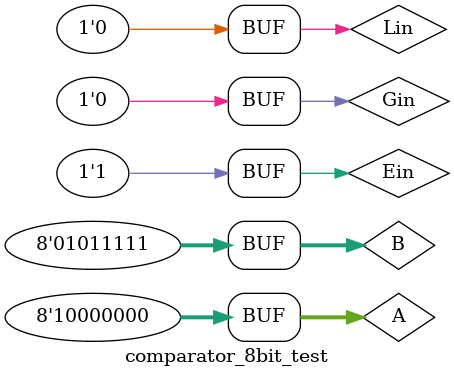
<source format=v>
`include "comparator_8bit.v"

module comparator_8bit_test;

    // Inputs
    reg [7:0] A;
    reg [7:0] B;
    reg Lin;
    reg Ein;
    reg Gin;

    // Outputs
    wire Less;
    wire Equal;
    wire Greater;

    // Instantion of the 8-bit comparator
    comparator_8bit COMPARATOR (A, B, Lin, Ein, Gin, Less, Equal, Greater);

    // Initialising the inputs
    initial begin
        Lin = 0; Ein = 1; Gin = 0; // Set Ein as 1 in inputs, as for MSB, comparison hasn't started so Lin,Gin=0 and Ein=1
        A = 1; B = 1; 
        #1 
        $display("\n");
        A = 12; B = 18; 
        #1 
        $display("\n");
        A = 18; B = 15; 
        #1
        $display("\n");
        A = 0; B = 0; 
        #1
        $display("\n");
        A = 64; B = 0;
        #1
        $display("\n");
        A = 43; B = 94;
        #1
        $display("\n");
        A = 255; B = 65;
        #1
        $display("\n");
        A = 255; B = 255;
        #1
        $display("\n");
        A = 5; B = 95;
        #1
        $display("\n");
        A = 128; B = 95;
    end

    // Displaying the final output
    always @ (A or B or Less or Equal or Greater) begin
        $display("Input_A = %b, Input_B = %b, Lin = %b, Ein = %b, Gin = %b, Less = %b, Equal = %b, Greater = %b",A,B,Lin,Ein,Gin,Less,Equal,Greater);
    end

endmodule

</source>
